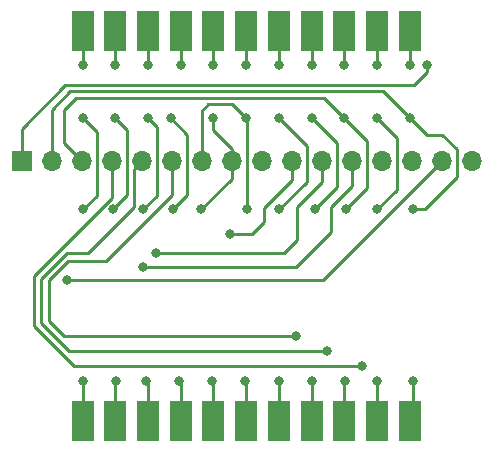
<source format=gbr>
%TF.GenerationSoftware,KiCad,Pcbnew,(5.1.12)-1*%
%TF.CreationDate,2023-06-15T15:32:22+02:00*%
%TF.ProjectId,cs1,6373312e-6b69-4636-9164-5f7063625858,rev?*%
%TF.SameCoordinates,Original*%
%TF.FileFunction,Copper,L2,Bot*%
%TF.FilePolarity,Positive*%
%FSLAX46Y46*%
G04 Gerber Fmt 4.6, Leading zero omitted, Abs format (unit mm)*
G04 Created by KiCad (PCBNEW (5.1.12)-1) date 2023-06-15 15:32:22*
%MOMM*%
%LPD*%
G01*
G04 APERTURE LIST*
%TA.AperFunction,ComponentPad*%
%ADD10R,1.700000X1.700000*%
%TD*%
%TA.AperFunction,ComponentPad*%
%ADD11O,1.700000X1.700000*%
%TD*%
%TA.AperFunction,SMDPad,CuDef*%
%ADD12R,1.846667X3.480000*%
%TD*%
%TA.AperFunction,ViaPad*%
%ADD13C,0.800000*%
%TD*%
%TA.AperFunction,Conductor*%
%ADD14C,0.250000*%
%TD*%
G04 APERTURE END LIST*
D10*
%TO.P,J3,1*%
%TO.N,RDY*%
X188500000Y-73500000D03*
D11*
%TO.P,J3,2*%
%TO.N,SIDEB*%
X191040000Y-73500000D03*
%TO.P,J3,3*%
%TO.N,TK0*%
X193580000Y-73500000D03*
%TO.P,J3,4*%
%TO.N,GND*%
X196120000Y-73500000D03*
%TO.P,J3,5*%
X198660000Y-73500000D03*
%TO.P,J3,6*%
X201200000Y-73500000D03*
%TO.P,J3,7*%
%TO.N,STEPB*%
X203740000Y-73500000D03*
%TO.P,J3,8*%
%TO.N,DIRB*%
X206280000Y-73500000D03*
%TO.P,J3,9*%
%TO.N,GND*%
X208820000Y-73500000D03*
%TO.P,J3,10*%
X211360000Y-73500000D03*
%TO.P,J3,11*%
%TO.N,SEL2B*%
X213900000Y-73500000D03*
%TO.P,J3,12*%
%TO.N,SEL1B*%
X216440000Y-73500000D03*
%TO.P,J3,13*%
%TO.N,Net-(J3-Pad13)*%
X218980000Y-73500000D03*
%TO.P,J3,14*%
%TO.N,Net-(J3-Pad14)*%
X221520000Y-73500000D03*
%TO.P,J3,15*%
%TO.N,5V*%
X224060000Y-73500000D03*
%TO.P,J3,16*%
%TO.N,Net-(J3-Pad16)*%
X226600000Y-73500000D03*
%TD*%
D12*
%TO.P,J1,23*%
%TO.N,12V*%
X193650000Y-62500000D03*
%TO.P,J1,22*%
%TO.N,INDEX*%
X196420000Y-62500000D03*
%TO.P,J1,21*%
%TO.N,SEL1B*%
X199190000Y-62500000D03*
%TO.P,J1,20*%
%TO.N,SEL3B*%
X201960000Y-62500000D03*
%TO.P,J1,19*%
%TO.N,DIRB*%
X204730000Y-62500000D03*
%TO.P,J1,18*%
%TO.N,STEPB*%
X207500000Y-62500000D03*
%TO.P,J1,17*%
%TO.N,DKWDB*%
X210270000Y-62500000D03*
%TO.P,J1,16*%
%TO.N,DKWEB*%
X213040000Y-62500000D03*
%TO.P,J1,15*%
%TO.N,TK0*%
X215810000Y-62500000D03*
%TO.P,J1,14*%
%TO.N,WPRO*%
X218580000Y-62500000D03*
%TO.P,J1,13*%
%TO.N,SIDEB*%
X221350000Y-62500000D03*
%TD*%
%TO.P,J2,13*%
%TO.N,SIDEB*%
X221350000Y-95500000D03*
%TO.P,J2,14*%
%TO.N,WPRO*%
X218580000Y-95500000D03*
%TO.P,J2,15*%
%TO.N,TK0*%
X215810000Y-95500000D03*
%TO.P,J2,16*%
%TO.N,DKWEB*%
X213040000Y-95500000D03*
%TO.P,J2,17*%
%TO.N,DKWDB*%
X210270000Y-95500000D03*
%TO.P,J2,18*%
%TO.N,STEPB*%
X207500000Y-95500000D03*
%TO.P,J2,19*%
%TO.N,DIRB*%
X204730000Y-95500000D03*
%TO.P,J2,20*%
%TO.N,SEL3B*%
X201960000Y-95500000D03*
%TO.P,J2,21*%
%TO.N,SEL1B*%
X199190000Y-95500000D03*
%TO.P,J2,22*%
%TO.N,INDEX*%
X196420000Y-95500000D03*
%TO.P,J2,23*%
%TO.N,12V*%
X193650000Y-95500000D03*
%TD*%
D13*
%TO.N,RDY*%
X222800010Y-65400000D03*
%TO.N,GND*%
X217300002Y-90900000D03*
X214300000Y-89600000D03*
X211700000Y-88300000D03*
X206100000Y-79700000D03*
%TO.N,SEL2B*%
X199900000Y-81300000D03*
%TO.N,5V*%
X192310000Y-83590000D03*
%TO.N,SIDEB*%
X221400000Y-65400000D03*
X221600000Y-77600000D03*
X221600000Y-92100000D03*
X221400000Y-69899996D03*
%TO.N,WPRO*%
X218600000Y-65400000D03*
X218600000Y-77600000D03*
X218600000Y-92100000D03*
X218600000Y-69900000D03*
%TO.N,TK0*%
X215800000Y-65400000D03*
X215800000Y-69900000D03*
X215925010Y-77600000D03*
X215900000Y-92100000D03*
%TO.N,DKWEB*%
X213100000Y-65400002D03*
X213100000Y-69899996D03*
X213355010Y-77599990D03*
X213100000Y-92100000D03*
%TO.N,DKWDB*%
X210300000Y-65400000D03*
X210300000Y-69899998D03*
X210300000Y-77600002D03*
X210300000Y-92100000D03*
%TO.N,STEPB*%
X207500000Y-65400000D03*
X207500000Y-69900000D03*
X207600000Y-77599996D03*
X207400000Y-92100000D03*
%TO.N,DIRB*%
X204700000Y-65400000D03*
X204700000Y-69900000D03*
X203700000Y-77600000D03*
X204600000Y-92100000D03*
%TO.N,SEL3B*%
X202000000Y-65400000D03*
X201100000Y-69900000D03*
X201300000Y-77599990D03*
X201800001Y-92099999D03*
%TO.N,SEL1B*%
X199200000Y-65400000D03*
X198800000Y-82500000D03*
X199200010Y-69900000D03*
X198800000Y-77599996D03*
X199050001Y-92150001D03*
%TO.N,INDEX*%
X196400000Y-65400000D03*
X196400000Y-69900008D03*
X196200000Y-77600000D03*
X196500000Y-92100000D03*
%TO.N,12V*%
X193700000Y-65400000D03*
X193700000Y-69900000D03*
X193700000Y-77600008D03*
X193700000Y-92100004D03*
%TD*%
D14*
%TO.N,RDY*%
X222800010Y-65999990D02*
X222800010Y-65400000D01*
X221700000Y-67100000D02*
X222800010Y-65999990D01*
X192200000Y-67100000D02*
X221700000Y-67100000D01*
X188500000Y-70800000D02*
X192200000Y-67100000D01*
X188500000Y-73500000D02*
X188500000Y-70800000D01*
%TO.N,GND*%
X211360000Y-75140000D02*
X211360000Y-73500000D01*
X209000000Y-77500000D02*
X211360000Y-75140000D01*
X209000000Y-78700000D02*
X209000000Y-77500000D01*
X208000000Y-79700000D02*
X209000000Y-78700000D01*
X206100000Y-79700000D02*
X208000000Y-79700000D01*
X201200000Y-76400000D02*
X201200000Y-73500000D01*
X195600000Y-82000000D02*
X201200000Y-76400000D01*
X192400000Y-82000000D02*
X195600000Y-82000000D01*
X190800000Y-83600000D02*
X192400000Y-82000000D01*
X190800000Y-87050000D02*
X190800000Y-83600000D01*
X192050000Y-88300000D02*
X190800000Y-87050000D01*
X211700000Y-88300000D02*
X192050000Y-88300000D01*
X198000000Y-74160000D02*
X198660000Y-73500000D01*
X194100000Y-81300000D02*
X198000000Y-77400000D01*
X192300000Y-81300000D02*
X194100000Y-81300000D01*
X190100000Y-83500000D02*
X192300000Y-81300000D01*
X190100000Y-87200000D02*
X190100000Y-83500000D01*
X192500000Y-89600000D02*
X190100000Y-87200000D01*
X198000000Y-77400000D02*
X198000000Y-74160000D01*
X214300000Y-89600000D02*
X192500000Y-89600000D01*
X196120000Y-74702081D02*
X196120000Y-73500000D01*
X196120000Y-76653002D02*
X196120000Y-74702081D01*
X189500000Y-83273002D02*
X196120000Y-76653002D01*
X189500000Y-87500000D02*
X189500000Y-83273002D01*
X192900000Y-90900000D02*
X189500000Y-87500000D01*
X217300002Y-90900000D02*
X192900000Y-90900000D01*
%TO.N,SEL2B*%
X213900000Y-75300000D02*
X213900000Y-73500000D01*
X211800000Y-80200000D02*
X211800000Y-77400000D01*
X211800000Y-77400000D02*
X213900000Y-75300000D01*
X210700000Y-81300000D02*
X211800000Y-80200000D01*
X199900000Y-81300000D02*
X210700000Y-81300000D01*
%TO.N,5V*%
X224060000Y-73500000D02*
X213970000Y-83590000D01*
X213970000Y-83590000D02*
X192310000Y-83590000D01*
%TO.N,SIDEB*%
X221350000Y-65350000D02*
X221400000Y-65400000D01*
X221350000Y-62500000D02*
X221350000Y-65350000D01*
X221600000Y-95250000D02*
X221350000Y-95500000D01*
X221600000Y-92100000D02*
X221600000Y-95250000D01*
X219100004Y-67600000D02*
X221400000Y-69899996D01*
X192600000Y-67600000D02*
X219100004Y-67600000D01*
X191040000Y-69160000D02*
X192600000Y-67600000D01*
X191040000Y-73500000D02*
X191040000Y-69160000D01*
X222800004Y-71300000D02*
X221400000Y-69899996D01*
X224100000Y-71300000D02*
X222800004Y-71300000D01*
X225340000Y-72540000D02*
X224100000Y-71300000D01*
X225340000Y-74860000D02*
X225340000Y-72540000D01*
X222600000Y-77600000D02*
X225340000Y-74860000D01*
X221600000Y-77600000D02*
X222600000Y-77600000D01*
%TO.N,WPRO*%
X218580000Y-65380000D02*
X218600000Y-65400000D01*
X218580000Y-62500000D02*
X218580000Y-65380000D01*
X218600000Y-95480000D02*
X218580000Y-95500000D01*
X218600000Y-92100000D02*
X218600000Y-95480000D01*
X220250000Y-71550000D02*
X218600000Y-69900000D01*
X220250000Y-75950000D02*
X220250000Y-71550000D01*
X218600000Y-77600000D02*
X220250000Y-75950000D01*
%TO.N,TK0*%
X215810000Y-65390000D02*
X215800000Y-65400000D01*
X215810000Y-62500000D02*
X215810000Y-65390000D01*
X217710000Y-75815010D02*
X215925010Y-77600000D01*
X217710000Y-71810000D02*
X217710000Y-75815010D01*
X215800000Y-69900000D02*
X217710000Y-71810000D01*
X193100000Y-68200000D02*
X214100000Y-68200000D01*
X192100000Y-69200000D02*
X193100000Y-68200000D01*
X214100000Y-68200000D02*
X215800000Y-69900000D01*
X192100000Y-72020000D02*
X192100000Y-69200000D01*
X193580000Y-73500000D02*
X192100000Y-72020000D01*
X215810000Y-95500000D02*
X215810000Y-92190000D01*
X215810000Y-92190000D02*
X215900000Y-92100000D01*
%TO.N,DKWEB*%
X213040000Y-65340002D02*
X213100000Y-65400002D01*
X213040000Y-62500000D02*
X213040000Y-65340002D01*
X215200000Y-71999996D02*
X215200000Y-75755000D01*
X213100000Y-69899996D02*
X215200000Y-71999996D01*
X215200000Y-75755000D02*
X213355010Y-77599990D01*
X213040000Y-95500000D02*
X213040000Y-92160000D01*
X213040000Y-92160000D02*
X213100000Y-92100000D01*
%TO.N,DKWDB*%
X210270000Y-65370000D02*
X210300000Y-65400000D01*
X210270000Y-62500000D02*
X210270000Y-65370000D01*
X212630000Y-75270002D02*
X210300000Y-77600002D01*
X212630000Y-72229998D02*
X212630000Y-75270002D01*
X210300000Y-69899998D02*
X212630000Y-72229998D01*
X210270000Y-95500000D02*
X210270000Y-92130000D01*
X210270000Y-92130000D02*
X210300000Y-92100000D01*
%TO.N,STEPB*%
X207500000Y-62500000D02*
X207500000Y-65400000D01*
X203740000Y-69260000D02*
X203740000Y-73500000D01*
X204300000Y-68700000D02*
X203740000Y-69260000D01*
X206300000Y-68700000D02*
X204300000Y-68700000D01*
X207500000Y-69900000D02*
X206300000Y-68700000D01*
X207560000Y-77559996D02*
X207600000Y-77599996D01*
X207560000Y-69960000D02*
X207560000Y-77559996D01*
X207500000Y-69900000D02*
X207560000Y-69960000D01*
X207500000Y-95500000D02*
X207500000Y-92200000D01*
X207500000Y-92200000D02*
X207400000Y-92100000D01*
%TO.N,DIRB*%
X204730000Y-65370000D02*
X204700000Y-65400000D01*
X204730000Y-62500000D02*
X204730000Y-65370000D01*
X204700000Y-70900000D02*
X206280000Y-72480000D01*
X206280000Y-72480000D02*
X206280000Y-73500000D01*
X204700000Y-69900000D02*
X204700000Y-70900000D01*
X206280000Y-73500000D02*
X206280000Y-75020000D01*
X206280000Y-75020000D02*
X203700000Y-77600000D01*
X204730000Y-95500000D02*
X204730000Y-92230000D01*
X204730000Y-92230000D02*
X204600000Y-92100000D01*
%TO.N,SEL3B*%
X201960000Y-65360000D02*
X202000000Y-65400000D01*
X201960000Y-62500000D02*
X201960000Y-65360000D01*
X202480000Y-76419990D02*
X201300000Y-77599990D01*
X202480000Y-71280000D02*
X202480000Y-76419990D01*
X201100000Y-69900000D02*
X202480000Y-71280000D01*
X201960000Y-92259998D02*
X201800001Y-92099999D01*
X201960000Y-95500000D02*
X201960000Y-92259998D01*
%TO.N,SEL1B*%
X199190000Y-65390000D02*
X199200000Y-65400000D01*
X199190000Y-62500000D02*
X199190000Y-65390000D01*
X198800000Y-82500000D02*
X211700000Y-82500000D01*
X211700000Y-82500000D02*
X214700000Y-79500000D01*
X214700000Y-79500000D02*
X214700000Y-77400000D01*
X216440000Y-75660000D02*
X216440000Y-73500000D01*
X214700000Y-77400000D02*
X216440000Y-75660000D01*
X199930000Y-76469996D02*
X198800000Y-77599996D01*
X199930000Y-70629990D02*
X199930000Y-76469996D01*
X199200010Y-69900000D02*
X199930000Y-70629990D01*
X199190000Y-92290000D02*
X199050001Y-92150001D01*
X199190000Y-95500000D02*
X199190000Y-92290000D01*
%TO.N,INDEX*%
X196420000Y-65380000D02*
X196400000Y-65400000D01*
X196420000Y-62500000D02*
X196420000Y-65380000D01*
X197400000Y-70900008D02*
X197400000Y-76400000D01*
X196400000Y-69900008D02*
X197400000Y-70900008D01*
X197400000Y-76400000D02*
X196200000Y-77600000D01*
X196420000Y-92180000D02*
X196500000Y-92100000D01*
X196420000Y-95500000D02*
X196420000Y-92180000D01*
%TO.N,12V*%
X193650000Y-65350000D02*
X193700000Y-65400000D01*
X193650000Y-62500000D02*
X193650000Y-65350000D01*
X194850000Y-76450008D02*
X193700000Y-77600008D01*
X194850000Y-71050000D02*
X194850000Y-76450008D01*
X193700000Y-69900000D02*
X194850000Y-71050000D01*
X193650000Y-95500000D02*
X193650000Y-92150004D01*
X193650000Y-92150004D02*
X193700000Y-92100004D01*
%TD*%
M02*

</source>
